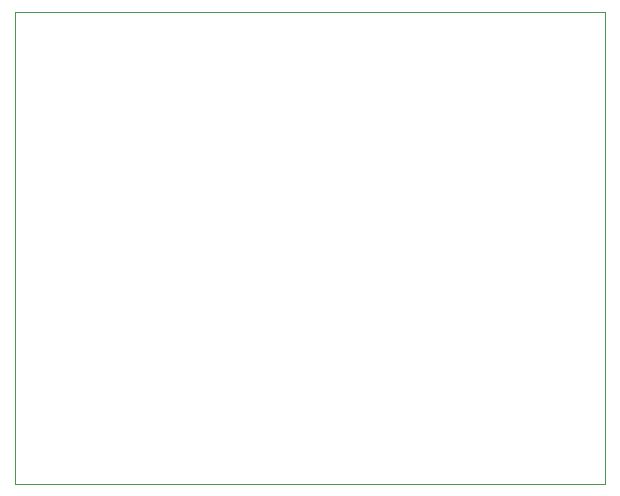
<source format=gbr>
%TF.GenerationSoftware,KiCad,Pcbnew,8.0.4*%
%TF.CreationDate,2024-08-29T11:58:41-05:00*%
%TF.ProjectId,thermometer,74686572-6d6f-46d6-9574-65722e6b6963,rev?*%
%TF.SameCoordinates,Original*%
%TF.FileFunction,Profile,NP*%
%FSLAX46Y46*%
G04 Gerber Fmt 4.6, Leading zero omitted, Abs format (unit mm)*
G04 Created by KiCad (PCBNEW 8.0.4) date 2024-08-29 11:58:41*
%MOMM*%
%LPD*%
G01*
G04 APERTURE LIST*
%TA.AperFunction,Profile*%
%ADD10C,0.025400*%
%TD*%
G04 APERTURE END LIST*
D10*
X136290000Y-75650000D02*
X186290000Y-75650000D01*
X186290000Y-115650000D01*
X136290000Y-115650000D01*
X136290000Y-75650000D01*
M02*

</source>
